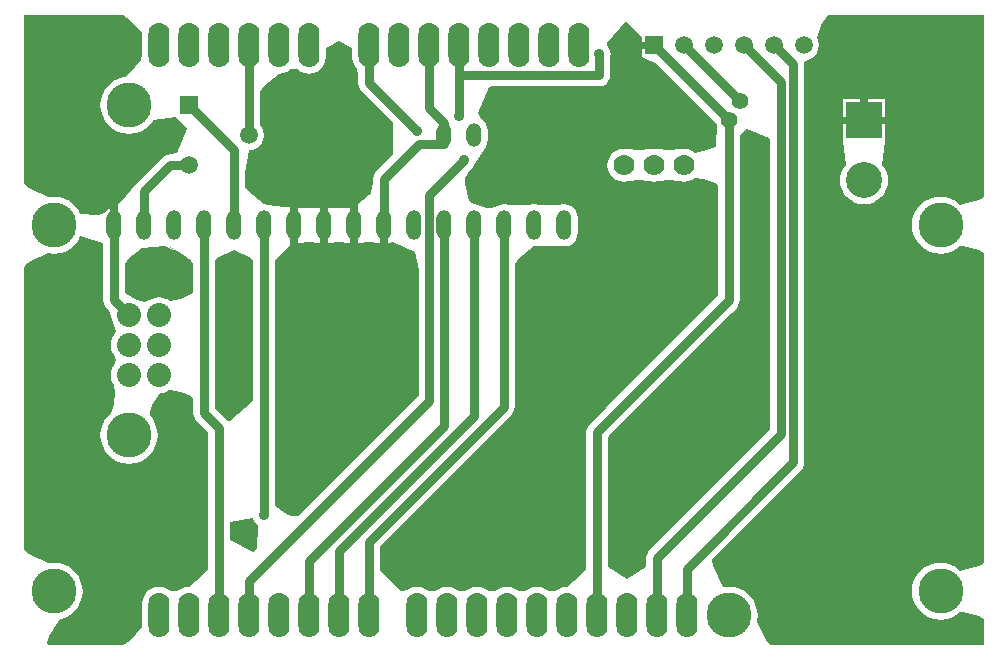
<source format=gtl>
G04 Layer_Physical_Order=1*
G04 Layer_Color=255*
%FSLAX24Y24*%
%MOIN*%
G70*
G01*
G75*
%ADD10C,0.0315*%
%ADD11C,0.0800*%
%ADD12C,0.1500*%
%ADD13O,0.0700X0.1500*%
%ADD14C,0.1200*%
%ADD15R,0.1200X0.1200*%
%ADD16C,0.0700*%
%ADD17C,0.0591*%
%ADD18R,0.0591X0.0591*%
%ADD19O,0.0500X0.1000*%
%ADD20O,0.0500X0.0800*%
%ADD21C,0.0551*%
%ADD22C,0.0360*%
G36*
X4801Y13311D02*
X5171Y13094D01*
X5315Y13006D01*
X5303Y13011D01*
X5378Y12967D01*
X5447Y12924D01*
X5361Y12983D01*
X5171Y13094D01*
X5361Y12983D01*
X5495Y12891D01*
X5522Y12869D01*
X5583Y12803D01*
X5639Y12714D01*
Y11752D01*
X5571Y11707D01*
X5228Y11558D01*
X4852Y11487D01*
X4835Y11501D01*
X4751Y11546D01*
X4731Y11557D01*
X4731Y11557D01*
X4618Y11591D01*
X4500Y11603D01*
X4382Y11591D01*
X4269Y11557D01*
X4165Y11501D01*
X4165Y11501D01*
X4033Y11439D01*
X3774Y11520D01*
X3477Y11676D01*
X3361Y11752D01*
Y12714D01*
X3417Y12803D01*
X3478Y12869D01*
X3921Y13231D01*
X4650Y13309D01*
X4667Y13309D01*
X4691Y13310D01*
X5303Y13011D01*
X4801Y13311D01*
X4801D01*
D02*
G37*
G36*
X32000Y14933D02*
X31833Y14830D01*
X31302Y14695D01*
X31213Y14685D01*
X31080Y14794D01*
X30915Y14882D01*
X30736Y14936D01*
X30550Y14955D01*
X30364Y14936D01*
X30185Y14882D01*
X30020Y14794D01*
X29875Y14675D01*
X29756Y14530D01*
X29668Y14365D01*
X29614Y14186D01*
X29595Y14000D01*
X29614Y13814D01*
X29668Y13635D01*
X29756Y13470D01*
X29875Y13325D01*
X30020Y13206D01*
X30185Y13118D01*
X30364Y13064D01*
X30550Y13045D01*
X30736Y13064D01*
X30915Y13118D01*
X31080Y13206D01*
X31213Y13315D01*
X31302Y13305D01*
X31833Y13170D01*
X32000Y13067D01*
Y2733D01*
X31833Y2630D01*
X31302Y2495D01*
X31213Y2485D01*
X31080Y2594D01*
X30915Y2682D01*
X30736Y2736D01*
X30550Y2755D01*
X30364Y2736D01*
X30185Y2682D01*
X30020Y2594D01*
X29875Y2475D01*
X29756Y2330D01*
X29668Y2165D01*
X29614Y1986D01*
X29595Y1800D01*
X29614Y1614D01*
X29668Y1435D01*
X29756Y1270D01*
X29875Y1125D01*
X30020Y1006D01*
X30185Y918D01*
X30364Y864D01*
X30550Y845D01*
X30736Y864D01*
X30915Y918D01*
X31080Y1006D01*
X31213Y1115D01*
X31302Y1105D01*
X31833Y970D01*
X32000Y867D01*
Y0D01*
X32000Y0D01*
X24911D01*
X24808Y79D01*
X24694Y227D01*
X24428Y787D01*
X24436Y814D01*
X24455Y1000D01*
X24436Y1186D01*
X24382Y1365D01*
X24294Y1530D01*
X24175Y1675D01*
X24030Y1794D01*
X23865Y1882D01*
X23686Y1936D01*
X23500Y1955D01*
X23314Y1936D01*
X22983Y2640D01*
X22939Y2849D01*
X22956Y2903D01*
X25895Y5842D01*
X25953Y5916D01*
X25989Y6003D01*
X26001Y6097D01*
Y19360D01*
X26000Y19458D01*
X26250Y19567D01*
X26250Y19567D01*
X26250Y19567D01*
X26250Y19567D01*
X26308Y19612D01*
X26353Y19647D01*
Y19647D01*
X26398Y19705D01*
X26433Y19750D01*
Y19750D01*
X26483Y19871D01*
X26483Y19871D01*
X26483Y19871D01*
X26500Y20000D01*
X26492Y20056D01*
X26483Y20129D01*
X26483Y20129D01*
X26461Y20182D01*
Y20182D01*
X26433Y20250D01*
X26577Y20675D01*
X26804Y21000D01*
X32000D01*
Y14933D01*
D02*
G37*
G36*
X3527Y20850D02*
X3945Y20400D01*
X3945Y20213D01*
Y19681D01*
X3889Y19518D01*
X3850Y19461D01*
X3530Y19079D01*
X3377Y18946D01*
X3369Y18942D01*
X3314Y18936D01*
X3135Y18882D01*
X2970Y18794D01*
X2825Y18675D01*
X2706Y18530D01*
X2618Y18365D01*
X2564Y18186D01*
X2545Y18000D01*
X2564Y17814D01*
X2618Y17635D01*
X2706Y17470D01*
X2825Y17325D01*
X2970Y17206D01*
X3135Y17118D01*
X3314Y17064D01*
X3500Y17045D01*
X3686Y17064D01*
X3865Y17118D01*
X4030Y17206D01*
X4175Y17325D01*
X4294Y17470D01*
X4306Y17493D01*
X5073Y17594D01*
X5282Y17411D01*
X5372Y17313D01*
X5438Y17208D01*
X5098Y16417D01*
X4858Y16359D01*
X4780Y16348D01*
X4693Y16312D01*
X4631Y16265D01*
X4631Y16265D01*
X4619Y16255D01*
X4428Y16064D01*
X4428Y16064D01*
X4182Y15818D01*
X3936Y15572D01*
X3936Y15572D01*
X3745Y15381D01*
X3735Y15369D01*
X3233Y14789D01*
X3120Y14699D01*
Y14000D01*
X2880D01*
Y14579D01*
X2823Y14556D01*
X2750Y14500D01*
X2694Y14427D01*
X2690Y14415D01*
X2450Y14348D01*
X1882Y14365D01*
X1794Y14530D01*
X1675Y14675D01*
X1530Y14794D01*
X1365Y14882D01*
X1186Y14936D01*
X1000Y14955D01*
X814Y14936D01*
X787Y14928D01*
X227Y15195D01*
X79Y15308D01*
X0Y15411D01*
Y21000D01*
X0Y21000D01*
X3313D01*
X3527Y20850D01*
D02*
G37*
G36*
X2639Y13419D02*
Y12271D01*
X2639Y11722D01*
X2639Y11722D01*
X2639Y11500D01*
X2652Y11407D01*
X2688Y11320D01*
X2745Y11245D01*
X2794Y11196D01*
X2858Y11077D01*
X3060Y10466D01*
X2999Y10335D01*
X2999Y10335D01*
X2943Y10231D01*
X2909Y10118D01*
X2897Y10000D01*
X2909Y9882D01*
X2943Y9769D01*
X2999Y9665D01*
X3051Y9500D01*
X2999Y9335D01*
X2943Y9231D01*
X2909Y9118D01*
X2897Y9000D01*
X2909Y8882D01*
X2943Y8769D01*
X2999Y8665D01*
Y8665D01*
X3000Y8664D01*
X3036Y8455D01*
X2997Y7996D01*
X2913Y7747D01*
X2825Y7675D01*
X2706Y7530D01*
X2618Y7365D01*
X2564Y7186D01*
X2545Y7000D01*
X2564Y6814D01*
X2618Y6635D01*
X2706Y6470D01*
X2825Y6325D01*
X2970Y6206D01*
X3135Y6118D01*
X3314Y6064D01*
X3500Y6045D01*
X3686Y6064D01*
X3865Y6118D01*
X4030Y6206D01*
X4175Y6325D01*
X4294Y6470D01*
X4382Y6635D01*
X4436Y6814D01*
X4455Y7000D01*
X4436Y7186D01*
X4382Y7365D01*
X4294Y7530D01*
X4188Y7659D01*
X4206Y7786D01*
X4268Y8006D01*
X4391Y8212D01*
X4532Y8400D01*
X4618Y8409D01*
X4731Y8443D01*
X4835Y8499D01*
X4835D01*
X4852Y8513D01*
X5228Y8442D01*
X5571Y8293D01*
X5636Y8250D01*
X5639Y8224D01*
X5639Y7993D01*
X5639Y7993D01*
X5639Y7746D01*
X5652Y7653D01*
X5688Y7566D01*
X5745Y7491D01*
X6139Y7097D01*
Y7064D01*
Y2547D01*
X5994Y2368D01*
X5500Y1955D01*
X5356Y1936D01*
X5356Y1936D01*
X5223Y1880D01*
X5108Y1792D01*
X4892D01*
X4777Y1880D01*
X4777D01*
X4644Y1936D01*
X4644Y1936D01*
X4500Y1955D01*
X4500Y1955D01*
X4356Y1936D01*
X4356Y1936D01*
X4356Y1936D01*
X4223Y1880D01*
X4108Y1792D01*
X4108D01*
X4020Y1677D01*
X4020Y1677D01*
X3964Y1544D01*
X3964Y1544D01*
X3945Y1400D01*
X3945Y1400D01*
X3945Y1319D01*
Y787D01*
X3945Y600D01*
X3527Y150D01*
X3313Y0D01*
X787D01*
X770Y77D01*
X836Y298D01*
X1186Y864D01*
X1365Y918D01*
X1530Y1006D01*
X1675Y1125D01*
X1794Y1270D01*
X1882Y1435D01*
X1936Y1614D01*
X1955Y1800D01*
X1936Y1986D01*
X1882Y2165D01*
X1794Y2330D01*
X1675Y2475D01*
X1530Y2594D01*
X1365Y2682D01*
X1186Y2736D01*
X1000Y2755D01*
X814Y2736D01*
X787Y2728D01*
X227Y2995D01*
X79Y3108D01*
X0Y3211D01*
Y12589D01*
X79Y12692D01*
X227Y12805D01*
X787Y13072D01*
X814Y13064D01*
X1000Y13045D01*
X1186Y13064D01*
X1365Y13118D01*
X1530Y13206D01*
X1675Y13325D01*
X1794Y13470D01*
X1882Y13635D01*
X2639Y13419D01*
D02*
G37*
G36*
X7565Y12916D02*
X7639Y12815D01*
Y8127D01*
X6852Y7472D01*
X6765Y7489D01*
X6755Y7501D01*
X6361Y7896D01*
Y7928D01*
Y12815D01*
X6435Y12916D01*
X7000Y13181D01*
X7565Y12916D01*
D02*
G37*
G36*
X24845Y16897D02*
X24880Y16833D01*
Y7196D01*
X20845Y3161D01*
X20788Y3086D01*
X20752Y3000D01*
X20739Y2906D01*
Y2594D01*
X20100Y2218D01*
X19461Y2594D01*
Y6918D01*
Y6951D01*
X19484Y6974D01*
X23210Y10700D01*
X23592Y11082D01*
X23592Y11082D01*
X23755Y11245D01*
X23765Y11258D01*
X23765Y11258D01*
X23812Y11320D01*
X23848Y11407D01*
X23861Y11500D01*
X23861Y11712D01*
X23861Y11712D01*
X23861Y12271D01*
Y13421D01*
Y13576D01*
Y16693D01*
X23866Y16996D01*
X24092Y17215D01*
X24845Y16897D01*
D02*
G37*
G36*
X10945Y19923D02*
Y19600D01*
X10964Y19456D01*
X11020Y19323D01*
X11096Y19224D01*
X11139Y18995D01*
X11139Y18737D01*
X11152Y18643D01*
X11188Y18556D01*
X11245Y18482D01*
X11397Y18329D01*
X11397Y18329D01*
X11790Y17936D01*
X12285Y17442D01*
X12310Y16366D01*
X11889Y15945D01*
X11889Y15945D01*
X11745Y15801D01*
X11688Y15726D01*
X11652Y15640D01*
X11639Y15546D01*
X11639Y15402D01*
X11558Y15075D01*
X11514Y15014D01*
X11120Y14699D01*
Y14000D01*
Y13410D01*
X11500Y13429D01*
X11880Y13410D01*
Y14000D01*
X12120D01*
Y13415D01*
X12290Y13453D01*
X13037Y13103D01*
X13150Y12522D01*
Y8306D01*
X9146Y4302D01*
X8962Y4310D01*
X8808Y4343D01*
X8361Y4630D01*
Y12815D01*
X8486Y12986D01*
X8880Y13301D01*
Y14000D01*
Y14608D01*
X8667Y14617D01*
X8117Y14688D01*
X8000Y14704D01*
X8000Y14704D01*
X7478Y15131D01*
X7417Y15197D01*
X7361Y15286D01*
Y15725D01*
X7500Y16500D01*
X7629Y16517D01*
X7629Y16517D01*
X7750Y16567D01*
X7750Y16567D01*
X7853Y16647D01*
Y16647D01*
X7933Y16750D01*
X7933Y16750D01*
Y16750D01*
X7983Y16871D01*
X7983Y16871D01*
X7983Y16871D01*
X7990Y16927D01*
X8000Y17000D01*
X8000Y17000D01*
X7992Y17056D01*
X7992Y17056D01*
X7983Y17129D01*
X7983Y17129D01*
X7961Y17182D01*
Y17182D01*
X7933Y17250D01*
X7933Y17250D01*
X7861Y17344D01*
Y18453D01*
X8006Y18632D01*
X8500Y19045D01*
X8644Y19064D01*
X8644Y19064D01*
X8777Y19120D01*
X8892Y19208D01*
X9108D01*
X9223Y19120D01*
X9223Y19120D01*
X9356Y19064D01*
X9356Y19064D01*
X9500Y19045D01*
X9500Y19045D01*
X9644Y19064D01*
X9644Y19064D01*
X9644Y19064D01*
X9777Y19120D01*
X9892Y19208D01*
X9892D01*
X9980Y19323D01*
X9980Y19323D01*
X10036Y19456D01*
X10036Y19456D01*
X10055Y19600D01*
X10055Y19600D01*
X10055Y19681D01*
Y19923D01*
X10500Y20140D01*
X10945Y19923D01*
D02*
G37*
G36*
X20605Y20231D02*
Y20120D01*
X21000D01*
Y19880D01*
X20605D01*
X20605Y19605D01*
X21105Y19385D01*
X21105Y19385D01*
X23081Y17409D01*
X23113Y17377D01*
X23064Y16605D01*
X22640Y16471D01*
X22352Y16423D01*
X22277Y16480D01*
X22277D01*
X22144Y16536D01*
X22144Y16536D01*
X22000Y16555D01*
X21856Y16536D01*
X21500Y16502D01*
X21144Y16536D01*
X21144Y16536D01*
X21144Y16536D01*
X21000Y16555D01*
X20856Y16536D01*
X20856Y16536D01*
X20856Y16536D01*
X20500Y16502D01*
X20144Y16536D01*
X20000Y16555D01*
X19856Y16536D01*
X19856Y16536D01*
X19856Y16536D01*
X19723Y16480D01*
X19723D01*
X19723Y16480D01*
X19608Y16392D01*
X19608Y16392D01*
X19520Y16277D01*
X19520Y16277D01*
Y16277D01*
X19464Y16144D01*
X19464Y16144D01*
X19464Y16144D01*
X19445Y16000D01*
X19464Y15856D01*
X19464Y15856D01*
X19520Y15723D01*
X19608Y15608D01*
X19608Y15608D01*
X19608D01*
X19723Y15520D01*
X19723Y15520D01*
X19723D01*
X19856Y15464D01*
X19856Y15464D01*
X19856Y15464D01*
X20000Y15445D01*
X20000Y15445D01*
X20144Y15464D01*
X20144Y15464D01*
X20144Y15464D01*
X20500Y15498D01*
X20856Y15464D01*
X20856Y15464D01*
X20856Y15464D01*
X21000Y15445D01*
X21144Y15464D01*
X21144Y15464D01*
X21144Y15464D01*
X21500Y15498D01*
X21856Y15464D01*
X22000Y15445D01*
X22144Y15464D01*
X22144Y15464D01*
X22277Y15520D01*
X22277D01*
X22352Y15577D01*
X22640Y15529D01*
X23064Y15395D01*
X23139Y15353D01*
Y13575D01*
Y13427D01*
Y11682D01*
Y11649D01*
X23116Y11626D01*
X19390Y7900D01*
X19008Y7518D01*
X19008Y7518D01*
X18845Y7355D01*
X18788Y7280D01*
X18752Y7193D01*
X18739Y7100D01*
X18739Y6855D01*
X18739Y6855D01*
X18739Y6329D01*
Y2547D01*
X18594Y2368D01*
X18100Y1955D01*
X17956Y1936D01*
X17823Y1880D01*
X17708Y1792D01*
X17492D01*
X17377Y1880D01*
X17244Y1936D01*
X17244Y1936D01*
X17100Y1955D01*
X16956Y1936D01*
X16956Y1936D01*
X16823Y1880D01*
X16708Y1792D01*
X16492D01*
X16377Y1880D01*
X16244Y1936D01*
X16244Y1936D01*
X16100Y1955D01*
X15956Y1936D01*
X15956Y1936D01*
X15823Y1880D01*
X15708Y1792D01*
X15492D01*
X15377Y1880D01*
X15244Y1936D01*
X15244Y1936D01*
X15100Y1955D01*
X14956Y1936D01*
X14956Y1936D01*
X14823Y1880D01*
X14708Y1792D01*
X14492D01*
X14377Y1880D01*
X14244Y1936D01*
X14244Y1936D01*
X14100Y1955D01*
X13956Y1936D01*
X13956Y1936D01*
X13823Y1880D01*
X13708Y1792D01*
X13492D01*
X13377Y1880D01*
X13244Y1936D01*
X13100Y1955D01*
X12956Y1936D01*
X12956Y1936D01*
X12823Y1880D01*
X12763Y1835D01*
X12643Y1805D01*
X12538Y1824D01*
X11861Y2523D01*
Y3297D01*
X15710Y7146D01*
X15757Y7193D01*
X16255Y7691D01*
X16312Y7766D01*
X16348Y7853D01*
X16361Y7946D01*
X16361Y8192D01*
X16361Y8192D01*
X16361Y8717D01*
Y12714D01*
X16417Y12803D01*
X16478Y12869D01*
X17000Y13296D01*
X17000Y13296D01*
X17046Y13302D01*
X17176Y13312D01*
X17500Y13314D01*
X17824Y13312D01*
X17954Y13302D01*
X18000Y13296D01*
X18000Y13296D01*
X18117Y13312D01*
X18117Y13312D01*
X18117Y13312D01*
X18227Y13357D01*
X18227D01*
X18227Y13357D01*
X18321Y13429D01*
X18321D01*
X18321Y13429D01*
X18393Y13523D01*
X18393Y13523D01*
X18393Y13523D01*
X18438Y13633D01*
X18438Y13633D01*
X18454Y13750D01*
X18454Y13750D01*
X18454Y14126D01*
X18454Y14250D01*
X18454Y14250D01*
X18438Y14367D01*
X18438Y14367D01*
X18393Y14477D01*
X18321Y14571D01*
X18227Y14643D01*
X18117Y14688D01*
X18000Y14704D01*
X18000Y14704D01*
X17954Y14698D01*
X17824Y14688D01*
X17500Y14686D01*
X17176Y14688D01*
X17046Y14698D01*
X17000Y14704D01*
X16954Y14698D01*
X16824Y14688D01*
X16500Y14686D01*
X16176Y14688D01*
X16046Y14698D01*
X16000Y14704D01*
X15883Y14688D01*
X15883D01*
X15773Y14643D01*
X15773D01*
X15773Y14643D01*
X15608Y14571D01*
X15392D01*
X15227Y14643D01*
X15227Y14643D01*
X15117Y14688D01*
X15000Y14704D01*
X14849Y14806D01*
X14716Y15383D01*
X14714Y15576D01*
X14872Y15854D01*
X14951Y15915D01*
X15012Y15994D01*
X15012Y15995D01*
X15393Y16623D01*
X15393Y16623D01*
X15438Y16733D01*
Y16733D01*
X15454Y16850D01*
X15454Y16850D01*
X15454Y16974D01*
X15454Y17150D01*
X15438Y17267D01*
X15438Y17267D01*
X15393Y17377D01*
X15393Y17377D01*
X15393Y17377D01*
X15321Y17471D01*
Y17471D01*
X15227Y17543D01*
X15227Y17543D01*
X15122Y17748D01*
X15510Y18624D01*
X15590Y18639D01*
X19170D01*
X19264Y18652D01*
X19351Y18688D01*
X19425Y18745D01*
X19483Y18820D01*
X19519Y18907D01*
X19531Y19000D01*
Y19448D01*
X19531Y19574D01*
X19541Y19597D01*
X19541Y19597D01*
X19554Y19696D01*
X19554Y19696D01*
X19541Y19795D01*
X19541D01*
X19502Y19888D01*
X19502Y19888D01*
X19502D01*
X19438Y20023D01*
X19436Y20066D01*
X20054Y20812D01*
X20605Y20231D01*
D02*
G37*
G36*
X7668Y4145D02*
X7729Y4065D01*
X7767Y4036D01*
X7812Y3984D01*
X7755Y3193D01*
X7643Y3117D01*
X6861Y3494D01*
Y4114D01*
X7630Y4237D01*
X7668Y4145D01*
D02*
G37*
%LPC*%
G36*
X27880Y18200D02*
X27300D01*
Y17620D01*
X27880D01*
Y18200D01*
D02*
G37*
G36*
X28700D02*
X28120D01*
Y17620D01*
X28700D01*
Y18200D01*
D02*
G37*
G36*
Y17380D02*
X27300D01*
Y16926D01*
X27300Y16800D01*
X27386Y16013D01*
X27332Y15947D01*
X27257Y15808D01*
X27212Y15657D01*
X27196Y15500D01*
X27212Y15343D01*
X27257Y15192D01*
X27332Y15053D01*
X27432Y14932D01*
X27553Y14832D01*
X27692Y14757D01*
X27843Y14712D01*
X28000Y14696D01*
X28157Y14712D01*
X28308Y14757D01*
X28447Y14832D01*
X28568Y14932D01*
X28668Y15053D01*
X28743Y15192D01*
X28788Y15343D01*
X28804Y15500D01*
X28788Y15657D01*
X28743Y15808D01*
X28668Y15947D01*
X28614Y16013D01*
X28700Y16800D01*
X28700Y16926D01*
Y17380D01*
D02*
G37*
G36*
X9880Y14590D02*
X9500Y14571D01*
X9120Y14590D01*
Y14000D01*
Y13410D01*
X9500Y13429D01*
X9880Y13410D01*
Y14000D01*
Y14590D01*
D02*
G37*
G36*
X10880D02*
X10500Y14571D01*
X10120Y14590D01*
Y14000D01*
Y13410D01*
X10500Y13429D01*
X10880Y13410D01*
Y14000D01*
Y14590D01*
D02*
G37*
%LPD*%
G54D10*
X19170Y19000D02*
Y19696D01*
X14500Y19000D02*
X19170D01*
X14500Y17646D02*
Y18500D01*
X23500Y11500D02*
Y13500D01*
X21000Y20000D02*
X23500Y17500D01*
Y13500D02*
Y17500D01*
X6500Y1000D02*
Y7246D01*
X6000Y7746D02*
X6500Y7246D01*
X6000Y7746D02*
Y14000D01*
X7500Y17000D02*
Y20000D01*
X4000Y14000D02*
Y15126D01*
X4874Y16000D01*
X5500D01*
X14000Y17000D02*
Y17419D01*
X13500Y17919D02*
X14000Y17419D01*
X13500Y17919D02*
Y20000D01*
X21100Y1000D02*
Y2906D01*
X25240Y7047D01*
Y18760D01*
X24000Y20000D02*
X25240Y18760D01*
X12000Y14000D02*
Y15546D01*
X13173Y16719D01*
X14000D02*
Y17000D01*
X22000Y20000D02*
X23864Y18136D01*
X11500Y18737D02*
X13100Y17136D01*
X11500Y18737D02*
Y20000D01*
X10500Y1000D02*
Y3136D01*
X15000Y7636D01*
Y14000D01*
X16000Y7946D02*
Y14000D01*
X11500Y3446D02*
X16000Y7946D01*
X11500Y1000D02*
Y3446D01*
X8000Y4336D02*
Y14000D01*
X14000Y7316D02*
Y14000D01*
X9500Y2816D02*
X14000Y7316D01*
X9500Y1000D02*
Y2816D01*
X7500Y1000D02*
Y2146D01*
X13510Y8157D01*
Y15016D01*
X14680Y16186D01*
X3000Y11500D02*
X3500Y11000D01*
X3000Y11500D02*
Y14000D01*
X5500Y18000D02*
X7000Y16500D01*
Y14000D02*
Y16500D01*
X19100Y7100D02*
X23500Y11500D01*
X19100Y1000D02*
Y7100D01*
X25000Y20000D02*
X25640Y19360D01*
Y6097D02*
Y19360D01*
X22100Y2556D02*
X25640Y6097D01*
X22100Y1000D02*
Y2556D01*
X13173Y16719D02*
X14000D01*
X14500Y18500D02*
Y20000D01*
G54D11*
X4500Y9000D02*
D03*
X3500Y11000D02*
D03*
X4500D02*
D03*
X3500Y10000D02*
D03*
X4500D02*
D03*
X3500Y9000D02*
D03*
G54D12*
X23500Y1000D02*
D03*
X3500Y7000D02*
D03*
Y18000D02*
D03*
X30550Y1800D02*
D03*
Y14000D02*
D03*
X1000Y1800D02*
D03*
Y14000D02*
D03*
G54D13*
X16500Y20000D02*
D03*
X15500D02*
D03*
X14500D02*
D03*
X13500D02*
D03*
X12500D02*
D03*
X11500D02*
D03*
X9500D02*
D03*
X8500D02*
D03*
X7500D02*
D03*
X6500D02*
D03*
X5500D02*
D03*
X4500D02*
D03*
Y1000D02*
D03*
X5500D02*
D03*
X6500D02*
D03*
X7500D02*
D03*
X8500D02*
D03*
X9500D02*
D03*
X10500D02*
D03*
X11500D02*
D03*
X13100D02*
D03*
X14100D02*
D03*
X15100D02*
D03*
X16100D02*
D03*
X17100D02*
D03*
X18100D02*
D03*
X19100D02*
D03*
X20100D02*
D03*
X17500Y20000D02*
D03*
X18500D02*
D03*
X21100Y1000D02*
D03*
X22100D02*
D03*
G54D14*
X28000Y15500D02*
D03*
G54D15*
Y17500D02*
D03*
G54D16*
X22000Y16000D02*
D03*
X20000D02*
D03*
X21000D02*
D03*
G54D17*
X5500D02*
D03*
X7500Y17000D02*
D03*
X22000Y20000D02*
D03*
X23000D02*
D03*
X24000D02*
D03*
X25000D02*
D03*
X26000D02*
D03*
G54D18*
X5500Y18000D02*
D03*
X21000Y20000D02*
D03*
G54D19*
X3000Y14000D02*
D03*
X4000D02*
D03*
X5000D02*
D03*
X6000D02*
D03*
X7000D02*
D03*
X8000D02*
D03*
X9000D02*
D03*
X10000D02*
D03*
X11000D02*
D03*
X12000D02*
D03*
X13000D02*
D03*
X14000D02*
D03*
X15000D02*
D03*
X16000D02*
D03*
X17000D02*
D03*
X18000D02*
D03*
G54D20*
X14000Y17000D02*
D03*
X15000D02*
D03*
G54D21*
X23500Y17500D02*
D03*
X23864Y18136D02*
D03*
G54D22*
X13100Y17136D02*
D03*
X8000Y4336D02*
D03*
X14680Y16186D02*
D03*
X14500Y17646D02*
D03*
X19170Y19696D02*
D03*
M02*

</source>
